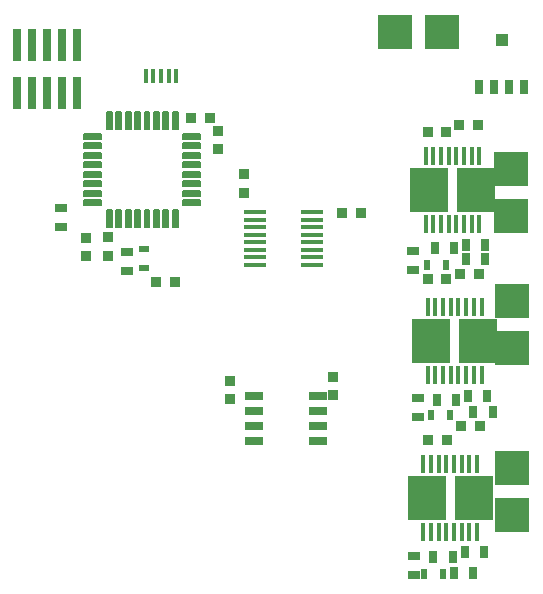
<source format=gtp>
G04 EAGLE Gerber RS-274X export*
G75*
%MOMM*%
%FSLAX34Y34*%
%LPD*%
%INSolderpaste Top*%
%IPPOS*%
%AMOC8*
5,1,8,0,0,1.08239X$1,22.5*%
G01*
G04 Define Apertures*
%ADD10R,1.894100X0.410000*%
%ADD11C,0.137500*%
%ADD12R,0.406800X1.571900*%
%ADD13R,3.330000X3.720000*%
%ADD14R,0.973900X0.798700*%
%ADD15R,0.511800X0.911800*%
%ADD16R,0.920900X0.970200*%
%ADD17R,0.798700X0.973900*%
%ADD18R,0.970200X0.920900*%
%ADD19R,0.736600X2.794000*%
%ADD20R,3.000000X3.000000*%
%ADD21R,1.525000X0.700000*%
%ADD22R,0.700000X1.150000*%
%ADD23R,1.000000X1.000000*%
%ADD24R,0.911800X0.511800*%
%ADD25R,0.450000X1.300000*%
D10*
X218208Y328625D03*
X218208Y322275D03*
X218208Y315925D03*
X218208Y309575D03*
X218208Y303225D03*
X218208Y296875D03*
X218208Y290525D03*
X218208Y284175D03*
X266992Y284175D03*
X266992Y290525D03*
X266992Y296875D03*
X266992Y303225D03*
X266992Y309575D03*
X266992Y315925D03*
X266992Y322275D03*
X266992Y328625D03*
D11*
X97063Y330113D02*
X97063Y315887D01*
X92937Y315887D01*
X92937Y330113D01*
X97063Y330113D01*
X97063Y317193D02*
X92937Y317193D01*
X92937Y318499D02*
X97063Y318499D01*
X97063Y319805D02*
X92937Y319805D01*
X92937Y321111D02*
X97063Y321111D01*
X97063Y322417D02*
X92937Y322417D01*
X92937Y323723D02*
X97063Y323723D01*
X97063Y325029D02*
X92937Y325029D01*
X92937Y326335D02*
X97063Y326335D01*
X97063Y327641D02*
X92937Y327641D01*
X92937Y328947D02*
X97063Y328947D01*
X105063Y330113D02*
X105063Y315887D01*
X100937Y315887D01*
X100937Y330113D01*
X105063Y330113D01*
X105063Y317193D02*
X100937Y317193D01*
X100937Y318499D02*
X105063Y318499D01*
X105063Y319805D02*
X100937Y319805D01*
X100937Y321111D02*
X105063Y321111D01*
X105063Y322417D02*
X100937Y322417D01*
X100937Y323723D02*
X105063Y323723D01*
X105063Y325029D02*
X100937Y325029D01*
X100937Y326335D02*
X105063Y326335D01*
X105063Y327641D02*
X100937Y327641D01*
X100937Y328947D02*
X105063Y328947D01*
X113063Y330113D02*
X113063Y315887D01*
X108937Y315887D01*
X108937Y330113D01*
X113063Y330113D01*
X113063Y317193D02*
X108937Y317193D01*
X108937Y318499D02*
X113063Y318499D01*
X113063Y319805D02*
X108937Y319805D01*
X108937Y321111D02*
X113063Y321111D01*
X113063Y322417D02*
X108937Y322417D01*
X108937Y323723D02*
X113063Y323723D01*
X113063Y325029D02*
X108937Y325029D01*
X108937Y326335D02*
X113063Y326335D01*
X113063Y327641D02*
X108937Y327641D01*
X108937Y328947D02*
X113063Y328947D01*
X121063Y330113D02*
X121063Y315887D01*
X116937Y315887D01*
X116937Y330113D01*
X121063Y330113D01*
X121063Y317193D02*
X116937Y317193D01*
X116937Y318499D02*
X121063Y318499D01*
X121063Y319805D02*
X116937Y319805D01*
X116937Y321111D02*
X121063Y321111D01*
X121063Y322417D02*
X116937Y322417D01*
X116937Y323723D02*
X121063Y323723D01*
X121063Y325029D02*
X116937Y325029D01*
X116937Y326335D02*
X121063Y326335D01*
X121063Y327641D02*
X116937Y327641D01*
X116937Y328947D02*
X121063Y328947D01*
X129063Y330113D02*
X129063Y315887D01*
X124937Y315887D01*
X124937Y330113D01*
X129063Y330113D01*
X129063Y317193D02*
X124937Y317193D01*
X124937Y318499D02*
X129063Y318499D01*
X129063Y319805D02*
X124937Y319805D01*
X124937Y321111D02*
X129063Y321111D01*
X129063Y322417D02*
X124937Y322417D01*
X124937Y323723D02*
X129063Y323723D01*
X129063Y325029D02*
X124937Y325029D01*
X124937Y326335D02*
X129063Y326335D01*
X129063Y327641D02*
X124937Y327641D01*
X124937Y328947D02*
X129063Y328947D01*
X137063Y330113D02*
X137063Y315887D01*
X132937Y315887D01*
X132937Y330113D01*
X137063Y330113D01*
X137063Y317193D02*
X132937Y317193D01*
X132937Y318499D02*
X137063Y318499D01*
X137063Y319805D02*
X132937Y319805D01*
X132937Y321111D02*
X137063Y321111D01*
X137063Y322417D02*
X132937Y322417D01*
X132937Y323723D02*
X137063Y323723D01*
X137063Y325029D02*
X132937Y325029D01*
X132937Y326335D02*
X137063Y326335D01*
X137063Y327641D02*
X132937Y327641D01*
X132937Y328947D02*
X137063Y328947D01*
X145063Y330113D02*
X145063Y315887D01*
X140937Y315887D01*
X140937Y330113D01*
X145063Y330113D01*
X145063Y317193D02*
X140937Y317193D01*
X140937Y318499D02*
X145063Y318499D01*
X145063Y319805D02*
X140937Y319805D01*
X140937Y321111D02*
X145063Y321111D01*
X145063Y322417D02*
X140937Y322417D01*
X140937Y323723D02*
X145063Y323723D01*
X145063Y325029D02*
X140937Y325029D01*
X140937Y326335D02*
X145063Y326335D01*
X145063Y327641D02*
X140937Y327641D01*
X140937Y328947D02*
X145063Y328947D01*
X153063Y330113D02*
X153063Y315887D01*
X148937Y315887D01*
X148937Y330113D01*
X153063Y330113D01*
X153063Y317193D02*
X148937Y317193D01*
X148937Y318499D02*
X153063Y318499D01*
X153063Y319805D02*
X148937Y319805D01*
X148937Y321111D02*
X153063Y321111D01*
X153063Y322417D02*
X148937Y322417D01*
X148937Y323723D02*
X153063Y323723D01*
X153063Y325029D02*
X148937Y325029D01*
X148937Y326335D02*
X153063Y326335D01*
X153063Y327641D02*
X148937Y327641D01*
X148937Y328947D02*
X153063Y328947D01*
X157687Y338863D02*
X171913Y338863D01*
X171913Y334737D01*
X157687Y334737D01*
X157687Y338863D01*
X157687Y336043D02*
X171913Y336043D01*
X171913Y337349D02*
X157687Y337349D01*
X157687Y338655D02*
X171913Y338655D01*
X171913Y346863D02*
X157687Y346863D01*
X171913Y346863D02*
X171913Y342737D01*
X157687Y342737D01*
X157687Y346863D01*
X157687Y344043D02*
X171913Y344043D01*
X171913Y345349D02*
X157687Y345349D01*
X157687Y346655D02*
X171913Y346655D01*
X171913Y354863D02*
X157687Y354863D01*
X171913Y354863D02*
X171913Y350737D01*
X157687Y350737D01*
X157687Y354863D01*
X157687Y352043D02*
X171913Y352043D01*
X171913Y353349D02*
X157687Y353349D01*
X157687Y354655D02*
X171913Y354655D01*
X171913Y362863D02*
X157687Y362863D01*
X171913Y362863D02*
X171913Y358737D01*
X157687Y358737D01*
X157687Y362863D01*
X157687Y360043D02*
X171913Y360043D01*
X171913Y361349D02*
X157687Y361349D01*
X157687Y362655D02*
X171913Y362655D01*
X171913Y370863D02*
X157687Y370863D01*
X171913Y370863D02*
X171913Y366737D01*
X157687Y366737D01*
X157687Y370863D01*
X157687Y368043D02*
X171913Y368043D01*
X171913Y369349D02*
X157687Y369349D01*
X157687Y370655D02*
X171913Y370655D01*
X171913Y378863D02*
X157687Y378863D01*
X171913Y378863D02*
X171913Y374737D01*
X157687Y374737D01*
X157687Y378863D01*
X157687Y376043D02*
X171913Y376043D01*
X171913Y377349D02*
X157687Y377349D01*
X157687Y378655D02*
X171913Y378655D01*
X171913Y386863D02*
X157687Y386863D01*
X171913Y386863D02*
X171913Y382737D01*
X157687Y382737D01*
X157687Y386863D01*
X157687Y384043D02*
X171913Y384043D01*
X171913Y385349D02*
X157687Y385349D01*
X157687Y386655D02*
X171913Y386655D01*
X171913Y394863D02*
X157687Y394863D01*
X171913Y394863D02*
X171913Y390737D01*
X157687Y390737D01*
X157687Y394863D01*
X157687Y392043D02*
X171913Y392043D01*
X171913Y393349D02*
X157687Y393349D01*
X157687Y394655D02*
X171913Y394655D01*
X148937Y399487D02*
X148937Y413713D01*
X153063Y413713D01*
X153063Y399487D01*
X148937Y399487D01*
X148937Y400793D02*
X153063Y400793D01*
X153063Y402099D02*
X148937Y402099D01*
X148937Y403405D02*
X153063Y403405D01*
X153063Y404711D02*
X148937Y404711D01*
X148937Y406017D02*
X153063Y406017D01*
X153063Y407323D02*
X148937Y407323D01*
X148937Y408629D02*
X153063Y408629D01*
X153063Y409935D02*
X148937Y409935D01*
X148937Y411241D02*
X153063Y411241D01*
X153063Y412547D02*
X148937Y412547D01*
X140937Y413713D02*
X140937Y399487D01*
X140937Y413713D02*
X145063Y413713D01*
X145063Y399487D01*
X140937Y399487D01*
X140937Y400793D02*
X145063Y400793D01*
X145063Y402099D02*
X140937Y402099D01*
X140937Y403405D02*
X145063Y403405D01*
X145063Y404711D02*
X140937Y404711D01*
X140937Y406017D02*
X145063Y406017D01*
X145063Y407323D02*
X140937Y407323D01*
X140937Y408629D02*
X145063Y408629D01*
X145063Y409935D02*
X140937Y409935D01*
X140937Y411241D02*
X145063Y411241D01*
X145063Y412547D02*
X140937Y412547D01*
X132937Y413713D02*
X132937Y399487D01*
X132937Y413713D02*
X137063Y413713D01*
X137063Y399487D01*
X132937Y399487D01*
X132937Y400793D02*
X137063Y400793D01*
X137063Y402099D02*
X132937Y402099D01*
X132937Y403405D02*
X137063Y403405D01*
X137063Y404711D02*
X132937Y404711D01*
X132937Y406017D02*
X137063Y406017D01*
X137063Y407323D02*
X132937Y407323D01*
X132937Y408629D02*
X137063Y408629D01*
X137063Y409935D02*
X132937Y409935D01*
X132937Y411241D02*
X137063Y411241D01*
X137063Y412547D02*
X132937Y412547D01*
X124937Y413713D02*
X124937Y399487D01*
X124937Y413713D02*
X129063Y413713D01*
X129063Y399487D01*
X124937Y399487D01*
X124937Y400793D02*
X129063Y400793D01*
X129063Y402099D02*
X124937Y402099D01*
X124937Y403405D02*
X129063Y403405D01*
X129063Y404711D02*
X124937Y404711D01*
X124937Y406017D02*
X129063Y406017D01*
X129063Y407323D02*
X124937Y407323D01*
X124937Y408629D02*
X129063Y408629D01*
X129063Y409935D02*
X124937Y409935D01*
X124937Y411241D02*
X129063Y411241D01*
X129063Y412547D02*
X124937Y412547D01*
X116937Y413713D02*
X116937Y399487D01*
X116937Y413713D02*
X121063Y413713D01*
X121063Y399487D01*
X116937Y399487D01*
X116937Y400793D02*
X121063Y400793D01*
X121063Y402099D02*
X116937Y402099D01*
X116937Y403405D02*
X121063Y403405D01*
X121063Y404711D02*
X116937Y404711D01*
X116937Y406017D02*
X121063Y406017D01*
X121063Y407323D02*
X116937Y407323D01*
X116937Y408629D02*
X121063Y408629D01*
X121063Y409935D02*
X116937Y409935D01*
X116937Y411241D02*
X121063Y411241D01*
X121063Y412547D02*
X116937Y412547D01*
X108937Y413713D02*
X108937Y399487D01*
X108937Y413713D02*
X113063Y413713D01*
X113063Y399487D01*
X108937Y399487D01*
X108937Y400793D02*
X113063Y400793D01*
X113063Y402099D02*
X108937Y402099D01*
X108937Y403405D02*
X113063Y403405D01*
X113063Y404711D02*
X108937Y404711D01*
X108937Y406017D02*
X113063Y406017D01*
X113063Y407323D02*
X108937Y407323D01*
X108937Y408629D02*
X113063Y408629D01*
X113063Y409935D02*
X108937Y409935D01*
X108937Y411241D02*
X113063Y411241D01*
X113063Y412547D02*
X108937Y412547D01*
X100937Y413713D02*
X100937Y399487D01*
X100937Y413713D02*
X105063Y413713D01*
X105063Y399487D01*
X100937Y399487D01*
X100937Y400793D02*
X105063Y400793D01*
X105063Y402099D02*
X100937Y402099D01*
X100937Y403405D02*
X105063Y403405D01*
X105063Y404711D02*
X100937Y404711D01*
X100937Y406017D02*
X105063Y406017D01*
X105063Y407323D02*
X100937Y407323D01*
X100937Y408629D02*
X105063Y408629D01*
X105063Y409935D02*
X100937Y409935D01*
X100937Y411241D02*
X105063Y411241D01*
X105063Y412547D02*
X100937Y412547D01*
X92937Y413713D02*
X92937Y399487D01*
X92937Y413713D02*
X97063Y413713D01*
X97063Y399487D01*
X92937Y399487D01*
X92937Y400793D02*
X97063Y400793D01*
X97063Y402099D02*
X92937Y402099D01*
X92937Y403405D02*
X97063Y403405D01*
X97063Y404711D02*
X92937Y404711D01*
X92937Y406017D02*
X97063Y406017D01*
X97063Y407323D02*
X92937Y407323D01*
X92937Y408629D02*
X97063Y408629D01*
X97063Y409935D02*
X92937Y409935D01*
X92937Y411241D02*
X97063Y411241D01*
X97063Y412547D02*
X92937Y412547D01*
X88313Y390737D02*
X74087Y390737D01*
X74087Y394863D01*
X88313Y394863D01*
X88313Y390737D01*
X88313Y392043D02*
X74087Y392043D01*
X74087Y393349D02*
X88313Y393349D01*
X88313Y394655D02*
X74087Y394655D01*
X74087Y382737D02*
X88313Y382737D01*
X74087Y382737D02*
X74087Y386863D01*
X88313Y386863D01*
X88313Y382737D01*
X88313Y384043D02*
X74087Y384043D01*
X74087Y385349D02*
X88313Y385349D01*
X88313Y386655D02*
X74087Y386655D01*
X74087Y374737D02*
X88313Y374737D01*
X74087Y374737D02*
X74087Y378863D01*
X88313Y378863D01*
X88313Y374737D01*
X88313Y376043D02*
X74087Y376043D01*
X74087Y377349D02*
X88313Y377349D01*
X88313Y378655D02*
X74087Y378655D01*
X74087Y366737D02*
X88313Y366737D01*
X74087Y366737D02*
X74087Y370863D01*
X88313Y370863D01*
X88313Y366737D01*
X88313Y368043D02*
X74087Y368043D01*
X74087Y369349D02*
X88313Y369349D01*
X88313Y370655D02*
X74087Y370655D01*
X74087Y358737D02*
X88313Y358737D01*
X74087Y358737D02*
X74087Y362863D01*
X88313Y362863D01*
X88313Y358737D01*
X88313Y360043D02*
X74087Y360043D01*
X74087Y361349D02*
X88313Y361349D01*
X88313Y362655D02*
X74087Y362655D01*
X74087Y350737D02*
X88313Y350737D01*
X74087Y350737D02*
X74087Y354863D01*
X88313Y354863D01*
X88313Y350737D01*
X88313Y352043D02*
X74087Y352043D01*
X74087Y353349D02*
X88313Y353349D01*
X88313Y354655D02*
X74087Y354655D01*
X74087Y342737D02*
X88313Y342737D01*
X74087Y342737D02*
X74087Y346863D01*
X88313Y346863D01*
X88313Y342737D01*
X88313Y344043D02*
X74087Y344043D01*
X74087Y345349D02*
X88313Y345349D01*
X88313Y346655D02*
X74087Y346655D01*
X74087Y334737D02*
X88313Y334737D01*
X74087Y334737D02*
X74087Y338863D01*
X88313Y338863D01*
X88313Y334737D01*
X88313Y336043D02*
X74087Y336043D01*
X74087Y337349D02*
X88313Y337349D01*
X88313Y338655D02*
X74087Y338655D01*
D12*
X361050Y57783D03*
X367550Y57783D03*
X374050Y57783D03*
X380550Y57783D03*
X387050Y57783D03*
X393550Y57783D03*
X400050Y57783D03*
X406550Y57783D03*
X406550Y115217D03*
X400050Y115217D03*
X393550Y115217D03*
X387050Y115217D03*
X380550Y115217D03*
X374050Y115217D03*
X367550Y115217D03*
X361050Y115217D03*
D13*
X403700Y86500D03*
X363900Y86500D03*
D14*
X352700Y21348D03*
X352700Y37652D03*
D15*
X377496Y22505D03*
X361496Y22505D03*
D16*
X393159Y147799D03*
X408651Y147799D03*
X365329Y135398D03*
X380821Y135398D03*
D17*
X395948Y41300D03*
X412252Y41300D03*
X385852Y36739D03*
X369548Y36739D03*
X387048Y23561D03*
X403352Y23561D03*
D14*
X53900Y316248D03*
X53900Y332552D03*
D18*
X208900Y360746D03*
X208900Y345254D03*
X187231Y397292D03*
X187231Y381800D03*
X75100Y291654D03*
X75100Y307146D03*
D19*
X68000Y470120D03*
X68000Y429480D03*
X55300Y470120D03*
X55300Y429480D03*
X42600Y470120D03*
X42600Y429480D03*
X29900Y470120D03*
X29900Y429480D03*
X17200Y470120D03*
X17200Y429480D03*
D12*
X364750Y191083D03*
X371250Y191083D03*
X377750Y191083D03*
X384250Y191083D03*
X390750Y191083D03*
X397250Y191083D03*
X403750Y191083D03*
X410250Y191083D03*
X410250Y248517D03*
X403750Y248517D03*
X397250Y248517D03*
X390750Y248517D03*
X384250Y248517D03*
X377750Y248517D03*
X371250Y248517D03*
X364750Y248517D03*
D13*
X407400Y219800D03*
X367600Y219800D03*
D14*
X356163Y155026D03*
X356163Y171330D03*
D15*
X383592Y157005D03*
X367592Y157005D03*
D16*
X392354Y276541D03*
X407846Y276541D03*
X364653Y272304D03*
X380145Y272304D03*
D17*
X398548Y173300D03*
X414852Y173300D03*
X388561Y170020D03*
X372257Y170020D03*
X403293Y159520D03*
X419597Y159520D03*
D12*
X362834Y318610D03*
X369334Y318610D03*
X375834Y318610D03*
X382334Y318610D03*
X388834Y318610D03*
X395334Y318610D03*
X401834Y318610D03*
X408334Y318610D03*
X408334Y376044D03*
X401834Y376044D03*
X395334Y376044D03*
X388834Y376044D03*
X382334Y376044D03*
X375834Y376044D03*
X369334Y376044D03*
X362834Y376044D03*
D13*
X405484Y347327D03*
X365684Y347327D03*
D14*
X351939Y279306D03*
X351939Y295610D03*
D15*
X380368Y283714D03*
X364368Y283714D03*
D16*
X391555Y402402D03*
X407047Y402402D03*
X364854Y396700D03*
X380346Y396700D03*
D17*
X396848Y301000D03*
X413152Y301000D03*
X386800Y298000D03*
X370496Y298000D03*
X396920Y289261D03*
X413224Y289261D03*
D16*
X150421Y269634D03*
X134929Y269634D03*
D20*
X436238Y72200D03*
X436238Y112200D03*
X436238Y213500D03*
X436238Y253500D03*
X434974Y325603D03*
X434974Y365603D03*
D16*
X292373Y327900D03*
X307865Y327900D03*
D18*
X94180Y291854D03*
X94180Y307346D03*
D16*
X180063Y408643D03*
X164571Y408643D03*
D21*
X217480Y173150D03*
X217480Y160450D03*
X217480Y147750D03*
X217480Y135050D03*
X271720Y135050D03*
X271720Y147750D03*
X271720Y160450D03*
X271720Y173150D03*
D18*
X196900Y185946D03*
X196900Y170454D03*
X284100Y173854D03*
X284100Y189346D03*
D22*
X408403Y434988D03*
X421103Y434988D03*
X433803Y434988D03*
X446503Y434988D03*
D23*
X427453Y474238D03*
D20*
X376762Y481569D03*
X336762Y481569D03*
D14*
X109900Y278952D03*
X109900Y295256D03*
D24*
X124700Y297400D03*
X124700Y281400D03*
D25*
X152000Y444000D03*
X145500Y444000D03*
X139000Y444000D03*
X132500Y444000D03*
X126000Y444000D03*
M02*

</source>
